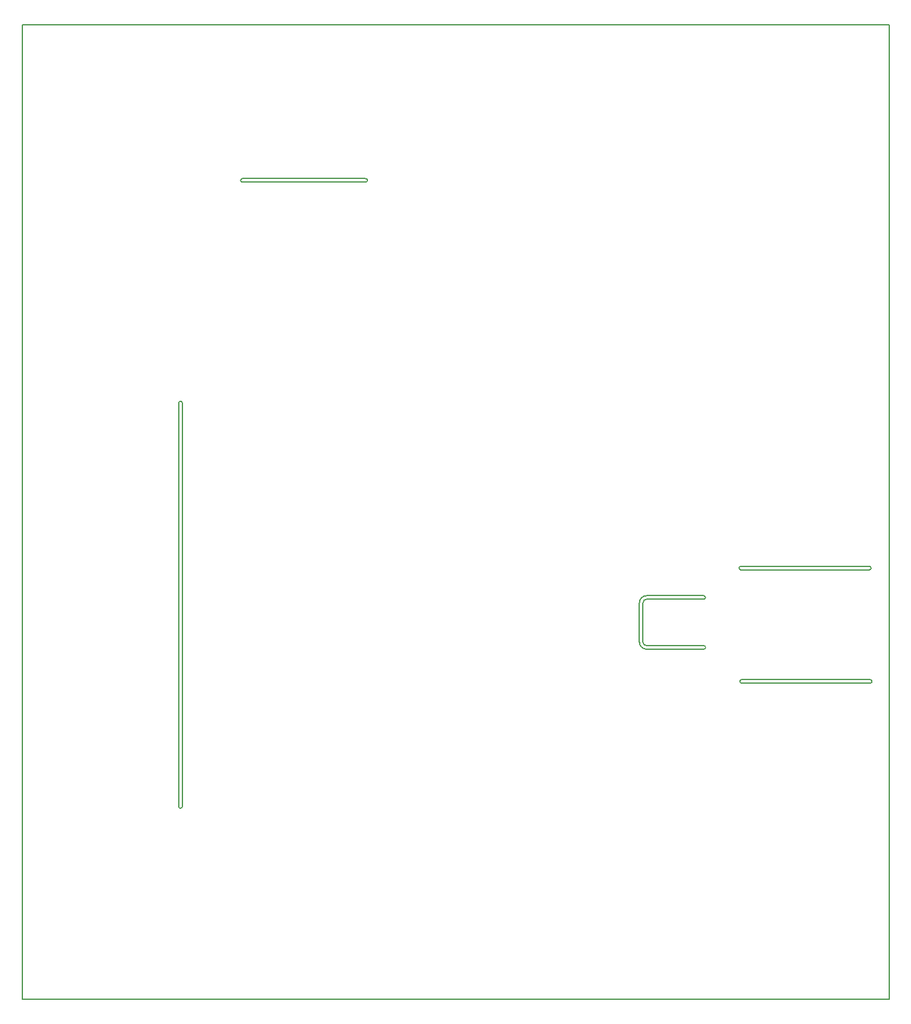
<source format=gbr>
%TF.GenerationSoftware,KiCad,Pcbnew,8.0.1*%
%TF.CreationDate,2024-04-11T20:56:08+03:00*%
%TF.ProjectId,stm32,73746d33-322e-46b6-9963-61645f706362,rev?*%
%TF.SameCoordinates,Original*%
%TF.FileFunction,Profile,NP*%
%FSLAX46Y46*%
G04 Gerber Fmt 4.6, Leading zero omitted, Abs format (unit mm)*
G04 Created by KiCad (PCBNEW 8.0.1) date 2024-04-11 20:56:08*
%MOMM*%
%LPD*%
G01*
G04 APERTURE LIST*
%TA.AperFunction,Profile*%
%ADD10C,0.150000*%
%TD*%
G04 APERTURE END LIST*
D10*
X101000000Y-106500000D02*
G75*
G02*
X100500000Y-106000000I0J500000D01*
G01*
X100500000Y-100500000D02*
G75*
G02*
X101000000Y-100000000I500000J0D01*
G01*
X114207000Y-95877000D02*
G75*
G02*
X114207000Y-95377000I0J250000D01*
G01*
X44355600Y-41587469D02*
G75*
G02*
X44355600Y-41079531I0J253969D01*
G01*
X61627600Y-41079469D02*
G75*
G02*
X61627600Y-41587531I0J-254031D01*
G01*
X101000000Y-100000000D02*
X109000000Y-100000000D01*
X13500000Y-19500000D02*
X13500000Y-156000000D01*
X100000000Y-100500000D02*
G75*
G02*
X101000000Y-99500000I1000000J0D01*
G01*
X100000000Y-100500000D02*
X100000000Y-106000000D01*
X13500000Y-156000000D02*
X135000000Y-156000000D01*
X132207000Y-95377000D02*
G75*
G02*
X132207000Y-95877000I0J-250000D01*
G01*
X109000000Y-99500000D02*
G75*
G02*
X109000000Y-100000000I0J-250000D01*
G01*
X132207000Y-95377000D02*
X114207000Y-95377000D01*
X109000000Y-106500000D02*
G75*
G02*
X109000000Y-107000000I0J-250000D01*
G01*
X101000000Y-107000000D02*
X109000000Y-107000000D01*
X100500000Y-106000000D02*
X100500000Y-100500000D01*
X35433000Y-72517000D02*
G75*
G02*
X35933000Y-72517000I250000J0D01*
G01*
X101000000Y-106500000D02*
X109000000Y-106500000D01*
X132334000Y-111260000D02*
G75*
G02*
X132334000Y-111760000I0J-250000D01*
G01*
X35933000Y-129017000D02*
G75*
G02*
X35433000Y-129017000I-250000J0D01*
G01*
X101000000Y-99500000D02*
X109000000Y-99500000D01*
X44355600Y-41079469D02*
X61627600Y-41079469D01*
X101000000Y-107000000D02*
G75*
G02*
X100000000Y-106000000I0J1000000D01*
G01*
X132334000Y-111260000D02*
X114334000Y-111260000D01*
X35433000Y-72517000D02*
X35433000Y-129017000D01*
X114334000Y-111760000D02*
G75*
G02*
X114334000Y-111260000I0J250000D01*
G01*
X114334000Y-111760000D02*
X132334000Y-111760000D01*
X135000000Y-19500000D02*
X135000000Y-156000000D01*
X35933000Y-129017000D02*
X35933000Y-72517000D01*
X114207000Y-95877000D02*
X132207000Y-95877000D01*
X13500000Y-19500000D02*
X135000000Y-19500000D01*
X44355600Y-41587469D02*
X61627600Y-41587469D01*
M02*

</source>
